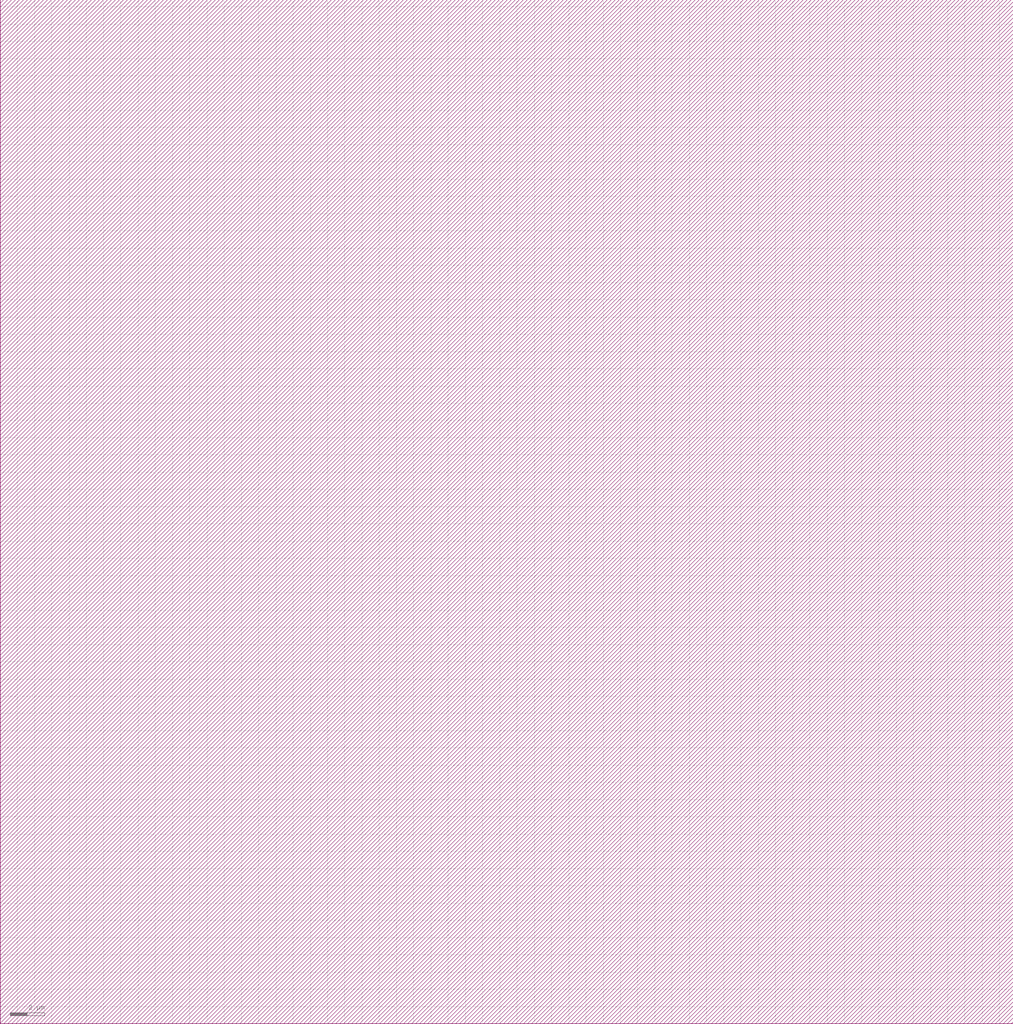
<source format=lef>
VERSION 5.6 ;

BUSBITCHARS "[]" ;

DIVIDERCHAR "/" ;

UNITS
    DATABASE MICRONS 1000 ;
END UNITS

MANUFACTURINGGRID 0.005000 ; 

CLEARANCEMEASURE EUCLIDEAN ; 

USEMINSPACING OBS ON ; 

SITE CoreSite
    CLASS CORE ;
    SIZE 0.600000 BY 0.300000 ;
END CoreSite

LAYER li
   TYPE ROUTING ;
   DIRECTION VERTICAL ;
   MINWIDTH 0.300000 ;
   AREA 0.056250 ;
   WIDTH 0.300000 ;
   SPACINGTABLE
      PARALLELRUNLENGTH 0.0
      WIDTH 0.0 0.225000 ;
   PITCH 0.600000 0.600000 ;
END li

LAYER mcon
    TYPE CUT ;
    SPACING 0.225000 ;
    WIDTH 0.300000 ;
    ENCLOSURE ABOVE 0.075000 0.075000 ;
    ENCLOSURE BELOW 0.000000 0.000000 ;
END mcon

LAYER met1
   TYPE ROUTING ;
   DIRECTION HORIZONTAL ;
   MINWIDTH 0.150000 ;
   AREA 0.084375 ;
   WIDTH 0.150000 ;
   SPACINGTABLE
      PARALLELRUNLENGTH 0.0
      WIDTH 0.0 0.150000 ;
   PITCH 0.300000 0.300000 ;
END met1

LAYER v1
    TYPE CUT ;
    SPACING 0.075000 ;
    WIDTH 0.300000 ;
    ENCLOSURE ABOVE 0.075000 0.075000 ;
    ENCLOSURE BELOW 0.075000 0.075000 ;
END v1

LAYER met2
   TYPE ROUTING ;
   DIRECTION VERTICAL ;
   MINWIDTH 0.150000 ;
   AREA 0.073125 ;
   WIDTH 0.150000 ;
   SPACINGTABLE
      PARALLELRUNLENGTH 0.0
      WIDTH 0.0 0.150000 ;
   PITCH 0.300000 0.300000 ;
END met2

LAYER v2
    TYPE CUT ;
    SPACING 0.150000 ;
    WIDTH 0.300000 ;
    ENCLOSURE ABOVE 0.075000 0.075000 ;
    ENCLOSURE BELOW 0.075000 0.000000 ;
END v2

LAYER met3
   TYPE ROUTING ;
   DIRECTION HORIZONTAL ;
   MINWIDTH 0.300000 ;
   AREA 0.241875 ;
   WIDTH 0.300000 ;
   SPACINGTABLE
      PARALLELRUNLENGTH 0.0
      WIDTH 0.0 0.300000 ;
   PITCH 0.600000 0.600000 ;
END met3

LAYER v3
    TYPE CUT ;
    SPACING 0.150000 ;
    WIDTH 0.450000 ;
    ENCLOSURE ABOVE 0.075000 0.075000 ;
    ENCLOSURE BELOW 0.075000 0.000000 ;
END v3

LAYER met4
   TYPE ROUTING ;
   DIRECTION VERTICAL ;
   MINWIDTH 0.300000 ;
   AREA 0.241875 ;
   WIDTH 0.300000 ;
   SPACINGTABLE
      PARALLELRUNLENGTH 0.0
      WIDTH 0.0 0.300000 ;
   PITCH 0.600000 0.600000 ;
END met4

LAYER v4
    TYPE CUT ;
    SPACING 0.450000 ;
    WIDTH 1.200000 ;
    ENCLOSURE ABOVE 0.150000 0.150000 ;
    ENCLOSURE BELOW 0.000000 0.000000 ;
END v4

LAYER met5
   TYPE ROUTING ;
   DIRECTION HORIZONTAL ;
   MINWIDTH 1.650000 ;
   AREA 4.005000 ;
   WIDTH 1.650000 ;
   SPACINGTABLE
      PARALLELRUNLENGTH 0.0
      WIDTH 0.0 1.650000 ;
   PITCH 3.300000 3.300000 ;
END met5

LAYER OVERLAP
   TYPE OVERLAP ;
END OVERLAP

VIA mcon_C DEFAULT
   LAYER li ;
     RECT -0.150000 -0.150000 0.150000 0.150000 ;
   LAYER mcon ;
     RECT -0.150000 -0.150000 0.150000 0.150000 ;
   LAYER met1 ;
     RECT -0.225000 -0.225000 0.225000 0.225000 ;
END mcon_C

VIA v1_C DEFAULT
   LAYER met1 ;
     RECT -0.225000 -0.225000 0.225000 0.225000 ;
   LAYER v1 ;
     RECT -0.150000 -0.150000 0.150000 0.150000 ;
   LAYER met2 ;
     RECT -0.225000 -0.225000 0.225000 0.225000 ;
END v1_C

VIA v2_C DEFAULT
   LAYER met2 ;
     RECT -0.150000 -0.225000 0.150000 0.225000 ;
   LAYER v2 ;
     RECT -0.150000 -0.150000 0.150000 0.150000 ;
   LAYER met3 ;
     RECT -0.225000 -0.225000 0.225000 0.225000 ;
END v2_C

VIA v2_Ch
   LAYER met2 ;
     RECT -0.225000 -0.150000 0.225000 0.150000 ;
   LAYER v2 ;
     RECT -0.150000 -0.150000 0.150000 0.150000 ;
   LAYER met3 ;
     RECT -0.225000 -0.225000 0.225000 0.225000 ;
END v2_Ch

VIA v2_Cv
   LAYER met2 ;
     RECT -0.150000 -0.225000 0.150000 0.225000 ;
   LAYER v2 ;
     RECT -0.150000 -0.150000 0.150000 0.150000 ;
   LAYER met3 ;
     RECT -0.225000 -0.225000 0.225000 0.225000 ;
END v2_Cv

VIA v3_C DEFAULT
   LAYER met3 ;
     RECT -0.300000 -0.225000 0.300000 0.225000 ;
   LAYER v3 ;
     RECT -0.225000 -0.225000 0.225000 0.225000 ;
   LAYER met4 ;
     RECT -0.300000 -0.300000 0.300000 0.300000 ;
END v3_C

VIA v3_Ch
   LAYER met3 ;
     RECT -0.300000 -0.225000 0.300000 0.225000 ;
   LAYER v3 ;
     RECT -0.225000 -0.225000 0.225000 0.225000 ;
   LAYER met4 ;
     RECT -0.300000 -0.300000 0.300000 0.300000 ;
END v3_Ch

VIA v3_Cv
   LAYER met3 ;
     RECT -0.300000 -0.225000 0.300000 0.225000 ;
   LAYER v3 ;
     RECT -0.225000 -0.225000 0.225000 0.225000 ;
   LAYER met4 ;
     RECT -0.300000 -0.300000 0.300000 0.300000 ;
END v3_Cv

VIA v4_C DEFAULT
   LAYER met4 ;
     RECT -0.600000 -0.600000 0.600000 0.600000 ;
   LAYER v4 ;
     RECT -0.600000 -0.600000 0.600000 0.600000 ;
   LAYER met5 ;
     RECT -0.750000 -0.750000 0.750000 0.750000 ;
END v4_C

MACRO _0_0std_0_0cells_0_0NOR2X2
    CLASS CORE ;
    FOREIGN _0_0std_0_0cells_0_0NOR2X2 0.000000 0.000000 ;
    ORIGIN 0.000000 0.000000 ;
    SIZE 3.000000 BY 5.400000 ;
    SYMMETRY X Y ;
    SITE CoreSite ;
    PIN A
        DIRECTION INPUT ;
        USE SIGNAL ;
        PORT
        LAYER li ;
        RECT 0.600000 4.650000 0.900000 5.100000 ;
        RECT 0.600000 4.575000 0.975000 4.650000 ;
        RECT 0.600000 4.350000 0.675000 4.575000 ;
        RECT 0.600000 4.275000 0.975000 4.350000 ;
        RECT 0.675000 4.350000 0.900000 4.575000 ;
        RECT 0.900000 4.350000 0.975000 4.575000 ;
        END
        ANTENNAGATEAREA 0.450000 ;
    END A
    PIN B
        DIRECTION INPUT ;
        USE SIGNAL ;
        PORT
        LAYER li ;
        RECT 2.400000 4.800000 2.700000 5.100000 ;
        RECT 2.400000 4.575000 2.625000 4.800000 ;
        RECT 2.400000 4.500000 2.625000 4.575000 ;
        END
        ANTENNAGATEAREA 0.450000 ;
    END B
    PIN Y
        DIRECTION OUTPUT ;
        USE SIGNAL ;
        PORT
        LAYER li ;
        RECT 0.675000 2.025000 0.900000 2.100000 ;
        RECT 0.675000 1.800000 0.900000 2.025000 ;
        RECT 0.675000 1.725000 0.900000 1.800000 ;
        RECT 1.200000 0.450000 1.425000 0.525000 ;
        RECT 1.200000 0.750000 1.425000 0.825000 ;
        RECT 1.200000 0.525000 1.425000 0.750000 ;
        RECT 2.400000 0.300000 2.700000 0.525000 ;
        RECT 2.400000 0.750000 2.700000 0.825000 ;
        RECT 2.400000 0.525000 2.625000 0.750000 ;
        RECT 2.625000 0.525000 2.700000 0.750000 ;
        LAYER mcon ;
        RECT 0.675000 1.800000 0.900000 2.025000 ;
        RECT 1.200000 0.525000 1.425000 0.750000 ;
        RECT 2.400000 0.525000 2.625000 0.750000 ;
        LAYER met1 ;
        RECT 0.600000 2.025000 0.975000 2.100000 ;
        RECT 0.600000 1.800000 0.675000 2.025000 ;
        RECT 0.600000 1.725000 0.975000 1.800000 ;
        RECT 0.675000 1.800000 0.900000 2.025000 ;
        RECT 1.125000 0.750000 1.500000 0.825000 ;
        RECT 1.125000 0.525000 1.200000 0.750000 ;
        RECT 1.125000 0.450000 1.500000 0.525000 ;
        RECT 0.900000 1.950000 0.975000 2.025000 ;
        RECT 0.900000 1.800000 1.425000 1.950000 ;
        RECT 1.200000 0.525000 1.425000 0.750000 ;
        RECT 1.275000 1.500000 1.425000 1.800000 ;
        RECT 1.275000 1.350000 2.550000 1.500000 ;
        RECT 1.275000 0.825000 1.425000 1.350000 ;
        RECT 1.425000 0.525000 1.500000 0.750000 ;
        RECT 2.325000 0.750000 2.700000 0.825000 ;
        RECT 2.325000 0.525000 2.400000 0.750000 ;
        RECT 2.325000 0.450000 2.700000 0.525000 ;
        RECT 2.400000 0.825000 2.550000 1.350000 ;
        RECT 2.400000 0.525000 2.625000 0.750000 ;
        RECT 2.625000 0.525000 2.700000 0.750000 ;
        END
        ANTENNADIFFAREA 1.125000 ;
    END Y
    PIN Vdd
        DIRECTION INPUT ;
        USE POWER ;
        PORT
        LAYER li ;
        RECT 1.650000 3.675000 1.725000 3.900000 ;
        RECT 1.725000 5.025000 2.025000 5.100000 ;
        RECT 1.725000 4.800000 1.950000 5.025000 ;
        RECT 1.725000 4.650000 2.025000 4.800000 ;
        RECT 1.725000 3.900000 1.950000 4.650000 ;
        RECT 1.725000 3.675000 1.950000 3.900000 ;
        RECT 1.950000 4.800000 2.025000 5.025000 ;
        RECT 1.950000 3.675000 2.025000 3.900000 ;
        LAYER mcon ;
        RECT 1.725000 4.800000 1.950000 5.025000 ;
        LAYER met1 ;
        RECT 1.650000 5.025000 2.025000 5.100000 ;
        RECT 1.650000 4.800000 1.725000 5.025000 ;
        RECT 1.650000 4.725000 2.025000 4.800000 ;
        RECT 1.725000 4.800000 1.950000 5.025000 ;
        RECT 1.950000 4.800000 2.025000 5.025000 ;
        END
        ANTENNADIFFAREA 0.843750 ;
    END Vdd
    PIN GND
        DIRECTION INPUT ;
        USE GROUND ;
        PORT
        LAYER li ;
        RECT 0.450000 0.525000 0.675000 0.600000 ;
        RECT 0.450000 0.450000 0.900000 0.525000 ;
        RECT 0.450000 0.225000 0.600000 0.450000 ;
        RECT 0.450000 0.150000 0.900000 0.225000 ;
        RECT 0.675000 0.525000 0.900000 0.750000 ;
        RECT 0.600000 0.225000 0.825000 0.450000 ;
        RECT 0.675000 1.275000 1.950000 1.500000 ;
        RECT 0.675000 0.750000 0.900000 1.275000 ;
        RECT 0.825000 0.225000 0.900000 0.450000 ;
        RECT 1.725000 0.450000 1.950000 0.525000 ;
        RECT 1.725000 0.750000 1.950000 1.275000 ;
        RECT 1.725000 0.525000 1.950000 0.750000 ;
        LAYER mcon ;
        RECT 0.600000 0.225000 0.825000 0.450000 ;
        LAYER met1 ;
        RECT 0.450000 0.450000 0.900000 0.600000 ;
        RECT 0.450000 0.225000 0.600000 0.450000 ;
        RECT 0.450000 0.150000 0.900000 0.225000 ;
        RECT 0.600000 0.225000 0.825000 0.450000 ;
        RECT 0.825000 0.225000 0.900000 0.450000 ;
        END
        ANTENNADIFFAREA 0.562500 ;
    END GND
END _0_0std_0_0cells_0_0NOR2X2

MACRO welltap_svt
    CLASS CORE WELLTAP ;
    FOREIGN welltap_svt 0.000000 0.000000 ;
    ORIGIN 0.000000 0.000000 ;
    SIZE 1.200000 BY 2.100000 ;
    SYMMETRY X Y ;
    SITE CoreSite ;
    PIN Vdd
        DIRECTION INPUT ;
        USE POWER ;
        PORT
        LAYER li ;
        RECT 0.600000 1.500000 0.900000 1.800000 ;
        END
    END Vdd
    PIN GND
        DIRECTION INPUT ;
        USE GROUND ;
        PORT
        LAYER li ;
        RECT 0.600000 0.300000 0.900000 0.600000 ;
        END
    END GND
END welltap_svt

MACRO circuitppnp
   CLASS CORE ;
   FOREIGN circuitppnp 0.000000 0.000000 ;
   ORIGIN 0.000000 0.000000 ; 
   SIZE 58.800000 BY 59.400000 ; 
   SYMMETRY X Y ;
   SITE CoreSite ;
END circuitppnp

MACRO circuitwell
   CLASS CORE ;
   FOREIGN circuitwell 0.000000 0.000000 ;
   ORIGIN 0.000000 0.000000 ; 
   SIZE 58.800000 BY 59.400000 ; 
   SYMMETRY X Y ;
   SITE CoreSite ;
END circuitwell


</source>
